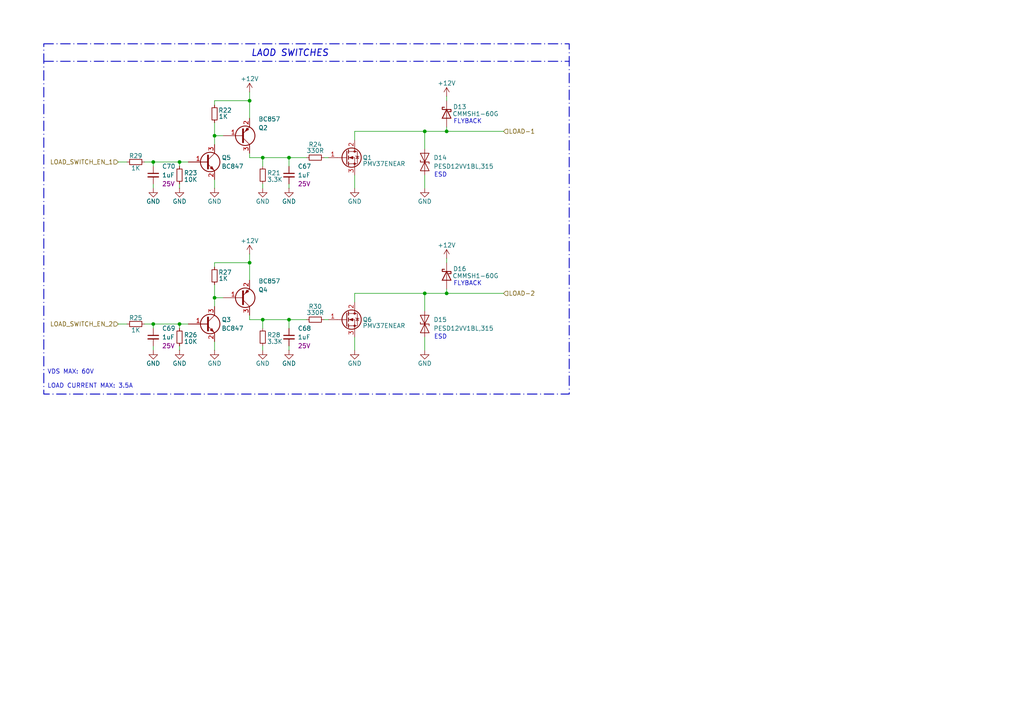
<source format=kicad_sch>
(kicad_sch (version 20231120) (generator "eeschema") (generator_version "8.0")
  (paper "A4")
  (lib_symbols
    (symbol "Device:C_Small" (pin_numbers hide) (pin_names (offset 0.254) hide)
      (property "Reference" "C" (at 0.254 1.778 0))
      (property "Value" "C_Small" (at 0.254 -2.032 0))
      (symbol "C_Small_0_1"
        (polyline (pts (xy -1.524 -0.508) (xy 1.524 -0.508)) (stroke (width 0.3302)))
        (polyline (pts (xy -1.524 0.508) (xy 1.524 0.508)) (stroke (width 0.3048)))
      )
      (symbol "C_Small_1_1"
        (pin passive line (at 0 2.54 270) (length 2.032) (name "~") (number "1"))
        (pin passive line (at 0 -2.54 90) (length 2.032) (name "~") (number "2"))
      )
    )
    (symbol "Device:D_Schottky" (pin_numbers hide) (pin_names (offset 1.016) hide)
      (property "Reference" "D" (at 0 2.54 0))
      (property "Value" "D_Schottky" (at 0 -2.54 0))
      (symbol "D_Schottky_0_1"
        (polyline (pts (xy 1.27 0) (xy -1.27 0)))
        (polyline (pts (xy 1.27 1.27) (xy 1.27 -1.27) (xy -1.27 0) (xy 1.27 1.27)) (stroke (width 0.254)))
        (polyline (pts (xy -1.905 0.635) (xy -1.905 1.27) (xy -1.27 1.27) (xy -1.27 -1.27) (xy -0.635 -1.27) (xy -0.635 -0.635)) (stroke (width 0.254)))
      )
      (symbol "D_Schottky_1_1"
        (pin passive line (at -3.81 0 0) (length 2.54) (name "K") (number "1"))
        (pin passive line (at 3.81 0 180) (length 2.54) (name "A") (number "2"))
      )
    )
    (symbol "Device:Q_NMOS_GDS" (pin_names (offset 0) hide)
      (property "Reference" "Q" (at 5.08 1.27 0))
      (property "Value" "Q_NMOS_GDS" (at 5.08 -1.27 0))
      (symbol "Q_NMOS_GDS_0_1"
        (polyline (pts (xy 0.254 0) (xy -2.54 0)))
        (polyline (pts (xy 0.254 1.905) (xy 0.254 -1.905)) (stroke (width 0.254)))
        (polyline (pts (xy 0.762 -1.27) (xy 0.762 -2.286)) (stroke (width 0.254)))
        (polyline (pts (xy 0.762 0.508) (xy 0.762 -0.508)) (stroke (width 0.254)))
        (polyline (pts (xy 0.762 2.286) (xy 0.762 1.27)) (stroke (width 0.254)))
        (polyline (pts (xy 2.54 2.54) (xy 2.54 1.778)))
        (polyline (pts (xy 2.54 -2.54) (xy 2.54 0) (xy 0.762 0)))
        (polyline (pts (xy 0.762 -1.778) (xy 3.302 -1.778) (xy 3.302 1.778) (xy 0.762 1.778)))
        (polyline (pts (xy 1.016 0) (xy 2.032 0.381) (xy 2.032 -0.381) (xy 1.016 0)) (fill (type outline)))
        (polyline (pts (xy 2.794 0.508) (xy 2.921 0.381) (xy 3.683 0.381) (xy 3.81 0.254)))
        (polyline (pts (xy 3.302 0.381) (xy 2.921 -0.254) (xy 3.683 -0.254) (xy 3.302 0.381)))
        (circle (center 1.651 0) (radius 2.794) (stroke (width 0.254)))
        (circle (center 2.54 -1.778) (radius 0.254) (fill (type outline)))
        (circle (center 2.54 1.778) (radius 0.254) (fill (type outline)))
      )
      (symbol "Q_NMOS_GDS_1_1"
        (pin input line (at -5.08 0 0) (length 2.54) (name "G") (number "1"))
        (pin passive line (at 2.54 5.08 270) (length 2.54) (name "D") (number "2"))
        (pin passive line (at 2.54 -5.08 90) (length 2.54) (name "S") (number "3"))
      )
    )
    (symbol "Device:R_Small" (pin_numbers hide) (pin_names (offset 0.254) hide)
      (property "Reference" "R" (at 0.762 0.508 0))
      (property "Value" "R_Small" (at 0.762 -1.016 0))
      (symbol "R_Small_0_1"
        (rectangle (start -0.762 1.778) (end 0.762 -1.778) (stroke (width 0.2032)))
      )
      (symbol "R_Small_1_1"
        (pin passive line (at 0 2.54 270) (length 0.762) (name "~") (number "1"))
        (pin passive line (at 0 -2.54 90) (length 0.762) (name "~") (number "2"))
      )
    )
    (symbol "Diode:SMAJ58CA" (pin_numbers hide) (pin_names (offset 1.016) hide)
      (property "Reference" "D" (at 0 2.54 0))
      (property "Value" "SMAJ58CA" (at 0 -2.54 0))
      (symbol "SMAJ58CA_0_1"
        (polyline (pts (xy 1.27 0) (xy -1.27 0)))
        (polyline (pts (xy -2.54 -1.27) (xy 0 0) (xy -2.54 1.27) (xy -2.54 -1.27)) (stroke (width 0.2032)))
        (polyline (pts (xy 0.508 1.27) (xy 0 1.27) (xy 0 -1.27) (xy -0.508 -1.27)) (stroke (width 0.2032)))
        (polyline (pts (xy 2.54 1.27) (xy 2.54 -1.27) (xy 0 0) (xy 2.54 1.27)) (stroke (width 0.2032)))
      )
      (symbol "SMAJ58CA_1_1"
        (pin passive line (at -3.81 0 0) (length 2.54) (name "A1") (number "1"))
        (pin passive line (at 3.81 0 180) (length 2.54) (name "A2") (number "2"))
      )
    )
    (symbol "Transistor_BJT:BC847" (pin_names (offset 0) hide)
      (property "Reference" "Q" (at 5.08 1.905 0))
      (property "Value" "BC847" (at 5.08 0 0))
      (symbol "BC847_0_1"
        (polyline (pts (xy 0.635 0.635) (xy 2.54 2.54)))
        (polyline (pts (xy 0.635 -0.635) (xy 2.54 -2.54) (xy 2.54 -2.54)))
        (polyline (pts (xy 0.635 1.905) (xy 0.635 -1.905) (xy 0.635 -1.905)) (stroke (width 0.508)))
        (polyline (pts (xy 1.27 -1.778) (xy 1.778 -1.27) (xy 2.286 -2.286) (xy 1.27 -1.778) (xy 1.27 -1.778)) (fill (type outline)))
        (circle (center 1.27 0) (radius 2.8194) (stroke (width 0.254)))
      )
      (symbol "BC847_1_1"
        (pin input line (at -5.08 0 0) (length 5.715) (name "B") (number "1"))
        (pin passive line (at 2.54 -5.08 90) (length 2.54) (name "E") (number "2"))
        (pin passive line (at 2.54 5.08 270) (length 2.54) (name "C") (number "3"))
      )
    )
    (symbol "Transistor_BJT:BC857" (pin_names (offset 0) hide)
      (property "Reference" "Q" (at 5.08 1.905 0))
      (property "Value" "BC857" (at 5.08 0 0))
      (symbol "BC857_0_1"
        (polyline (pts (xy 0.635 0.635) (xy 2.54 2.54)))
        (polyline (pts (xy 0.635 -0.635) (xy 2.54 -2.54) (xy 2.54 -2.54)))
        (polyline (pts (xy 0.635 1.905) (xy 0.635 -1.905) (xy 0.635 -1.905)) (stroke (width 0.508)))
        (polyline (pts (xy 2.286 -1.778) (xy 1.778 -2.286) (xy 1.27 -1.27) (xy 2.286 -1.778) (xy 2.286 -1.778)) (fill (type outline)))
        (circle (center 1.27 0) (radius 2.8194) (stroke (width 0.254)))
      )
      (symbol "BC857_1_1"
        (pin input line (at -5.08 0 0) (length 5.715) (name "B") (number "1"))
        (pin passive line (at 2.54 -5.08 90) (length 2.54) (name "E") (number "2"))
        (pin passive line (at 2.54 5.08 270) (length 2.54) (name "C") (number "3"))
      )
    )
    (symbol "power:GND" (power) (pin_numbers hide) (pin_names (offset 0) hide)
      (property "Value" "GND" (at 0 -3.81 0))
      (symbol "GND_0_1"
        (polyline (pts (xy 0 0) (xy 0 -1.27) (xy 1.27 -1.27) (xy 0 -2.54) (xy -1.27 -1.27) (xy 0 -1.27)))
      )
      (symbol "GND_1_1"
        (pin power_in line (at 0 0 270) (length 0) (name "~") (number "1"))
      )
    )
    (symbol "power:VCC" (power) (pin_numbers hide) (pin_names (offset 0) hide)
      (property "Value" "VCC" (at 0 3.556 0))
      (symbol "VCC_0_1"
        (polyline (pts (xy -0.762 1.27) (xy 0 2.54)))
        (polyline (pts (xy 0 0) (xy 0 2.54)))
        (polyline (pts (xy 0 2.54) (xy 0.762 1.27)))
      )
      (symbol "VCC_1_1"
        (pin power_in line (at 0 0 90) (length 0) (name "~") (number "1"))
      )
    )
  )
  (junction (at 129.54 38.1))
  (junction (at 129.54 85.09))
  (junction (at 83.82 45.72))
  (junction (at 44.45 46.99))
  (junction (at 52.07 93.98))
  (junction (at 62.23 39.37))
  (junction (at 76.2 92.71))
  (junction (at 72.39 76.2))
  (junction (at 83.82 92.71))
  (junction (at 76.2 45.72))
  (junction (at 44.45 93.98))
  (junction (at 123.19 38.1))
  (junction (at 62.23 86.36))
  (junction (at 72.39 29.21))
  (junction (at 123.19 85.09))
  (junction (at 52.07 46.99))
  (wire (pts (xy 129.54 83.82) (xy 129.54 85.09)))
  (wire (pts (xy 62.23 39.37) (xy 64.77 39.37)))
  (wire (pts (xy 83.82 100.33) (xy 83.82 101.6)))
  (wire (pts (xy 72.39 45.72) (xy 76.2 45.72)))
  (wire (pts (xy 102.87 101.6) (xy 102.87 97.79)))
  (wire (pts (xy 76.2 53.34) (xy 76.2 54.61)))
  (wire (pts (xy 83.82 45.72) (xy 83.82 48.26)))
  (wire (pts (xy 44.45 93.98) (xy 44.45 95.25)))
  (wire (pts (xy 41.91 46.99) (xy 44.45 46.99)))
  (wire (pts (xy 44.45 46.99) (xy 44.45 48.26)))
  (wire (pts (xy 123.19 85.09) (xy 123.19 90.17)))
  (wire (pts (xy 44.45 54.61) (xy 44.45 53.34)))
  (wire (pts (xy 83.82 53.34) (xy 83.82 54.61)))
  (wire (pts (xy 72.39 45.72) (xy 72.39 44.45)))
  (wire (pts (xy 129.54 85.09) (xy 146.05 85.09)))
  (wire (pts (xy 102.87 38.1) (xy 123.19 38.1)))
  (wire (pts (xy 52.07 54.61) (xy 52.07 53.34)))
  (wire (pts (xy 129.54 74.93) (xy 129.54 76.2)))
  (wire (pts (xy 76.2 45.72) (xy 83.82 45.72)))
  (wire (pts (xy 102.87 87.63) (xy 102.87 85.09)))
  (wire (pts (xy 123.19 54.61) (xy 123.19 50.8)))
  (wire (pts (xy 52.07 101.6) (xy 52.07 100.33)))
  (wire (pts (xy 44.45 46.99) (xy 52.07 46.99)))
  (wire (pts (xy 34.29 93.98) (xy 36.83 93.98)))
  (wire (pts (xy 123.19 101.6) (xy 123.19 97.79)))
  (wire (pts (xy 102.87 54.61) (xy 102.87 50.8)))
  (wire (pts (xy 83.82 92.71) (xy 88.9 92.71)))
  (wire (pts (xy 83.82 92.71) (xy 83.82 95.25)))
  (wire (pts (xy 76.2 92.71) (xy 76.2 95.25)))
  (wire (pts (xy 102.87 40.64) (xy 102.87 38.1)))
  (polyline (pts (xy 12.7 17.78) (xy 165.1 17.78)) (stroke (width 0.254) (type dash_dot)))
  (wire (pts (xy 129.54 27.94) (xy 129.54 29.21)))
  (wire (pts (xy 44.45 101.6) (xy 44.45 100.33)))
  (wire (pts (xy 72.39 92.71) (xy 76.2 92.71)))
  (wire (pts (xy 129.54 36.83) (xy 129.54 38.1)))
  (wire (pts (xy 62.23 86.36) (xy 62.23 88.9)))
  (wire (pts (xy 129.54 38.1) (xy 146.05 38.1)))
  (wire (pts (xy 72.39 29.21) (xy 72.39 34.29)))
  (wire (pts (xy 62.23 39.37) (xy 62.23 41.91)))
  (wire (pts (xy 72.39 26.67) (xy 72.39 29.21)))
  (wire (pts (xy 72.39 76.2) (xy 72.39 81.28)))
  (wire (pts (xy 72.39 92.71) (xy 72.39 91.44)))
  (wire (pts (xy 62.23 99.06) (xy 62.23 101.6)))
  (wire (pts (xy 41.91 93.98) (xy 44.45 93.98)))
  (wire (pts (xy 62.23 82.55) (xy 62.23 86.36)))
  (wire (pts (xy 72.39 73.66) (xy 72.39 76.2)))
  (wire (pts (xy 123.19 38.1) (xy 123.19 43.18)))
  (wire (pts (xy 62.23 30.48) (xy 62.23 29.21)))
  (wire (pts (xy 44.45 93.98) (xy 52.07 93.98)))
  (wire (pts (xy 52.07 46.99) (xy 54.61 46.99)))
  (wire (pts (xy 52.07 93.98) (xy 54.61 93.98)))
  (wire (pts (xy 52.07 93.98) (xy 52.07 95.25)))
  (wire (pts (xy 62.23 35.56) (xy 62.23 39.37)))
  (wire (pts (xy 62.23 29.21) (xy 72.39 29.21)))
  (wire (pts (xy 76.2 45.72) (xy 76.2 48.26)))
  (wire (pts (xy 62.23 52.07) (xy 62.23 54.61)))
  (wire (pts (xy 83.82 45.72) (xy 88.9 45.72)))
  (wire (pts (xy 52.07 46.99) (xy 52.07 48.26)))
  (wire (pts (xy 123.19 38.1) (xy 129.54 38.1)))
  (wire (pts (xy 76.2 92.71) (xy 83.82 92.71)))
  (wire (pts (xy 102.87 85.09) (xy 123.19 85.09)))
  (wire (pts (xy 62.23 76.2) (xy 72.39 76.2)))
  (wire (pts (xy 123.19 85.09) (xy 129.54 85.09)))
  (wire (pts (xy 93.98 92.71) (xy 95.25 92.71)))
  (wire (pts (xy 76.2 100.33) (xy 76.2 101.6)))
  (wire (pts (xy 34.29 46.99) (xy 36.83 46.99)))
  (wire (pts (xy 62.23 77.47) (xy 62.23 76.2)))
  (wire (pts (xy 62.23 86.36) (xy 64.77 86.36)))
  (wire (pts (xy 93.98 45.72) (xy 95.25 45.72)))
  (rectangle (start 12.7 12.7) (end 165.1 114.3) (stroke (width 0.254) (type dash_dot)))
  (text "FLYBACK" (at 135.636 35.306 0) (effects (font (size 1.27 1.27))))
  (text "VDS MAX: 60V\n\nLOAD CURRENT MAX: 3.5A" (at 13.716 109.982 0) (effects (font (size 1.27 1.27)) (justify left)))
  (text "ESD" (at 127.762 50.8 0) (effects (font (size 1.27 1.27))))
  (text "FLYBACK" (at 135.636 82.296 0) (effects (font (size 1.27 1.27))))
  (text "ESD" (at 127.762 97.79 0) (effects (font (size 1.27 1.27))))
  (text "LAOD SWITCHES" (at 84.074 15.494 0) (effects (font (size 1.905 1.905) (thickness 0.254) (bold yes) (italic yes))))
  (hierarchical_label "LOAD_SWITCH_EN_1" (shape input) (at 34.29 46.99 180))
  (hierarchical_label "LOAD-2" (shape input) (at 146.05 85.09 0))
  (hierarchical_label "LOAD-1" (shape input) (at 146.05 38.1 0))
  (hierarchical_label "LOAD_SWITCH_EN_2" (shape input) (at 34.29 93.98 180))
  (symbol (lib_id "power:GND") (at 52.07 54.61 0) (unit 1)
    (property "Reference" "#PWR0165" (effects (hide yes)))
    (property "Value" "GND" (at 52.07 58.42 0))
    (property "Description" "Power symbol creates a global label with name \"GND\" , ground" (effects (hide yes)))
  )
  (symbol (lib_id "Device:C_Small") (at 83.82 50.8 0) (unit 1)
    (property "Reference" "C67" (at 86.36 48.26 0) (effects (justify left)))
    (property "Value" "1uF" (at 86.36 50.8 0) (effects (justify left)))
    (property "Footprint" "Capacitor_SMD:C_0805_2012Metric" (effects (hide yes)))
    (property "Description" "Unpolarized capacitor, small symbol" (effects (hide yes)))
    (property "Link" "https://ozdisan.com/pasif-komponentler/kapasitorler/smt-smd-ve-mlcc-kapasitorler/MCF03KTB250105/1057179" (effects (hide yes)))
    (property "Mfr.No" "MCF03KTB250105" (effects (hide yes)))
    (property "Voltage" "25V" (at 86.36 53.34 0) (effects (justify left)))
  )
  (symbol (lib_id "Device:C_Small") (at 83.82 97.79 0) (unit 1)
    (property "Reference" "C68" (at 86.36 95.25 0) (effects (justify left)))
    (property "Value" "1uF" (at 86.36 97.79 0) (effects (justify left)))
    (property "Footprint" "Capacitor_SMD:C_0805_2012Metric" (effects (hide yes)))
    (property "Description" "Unpolarized capacitor, small symbol" (effects (hide yes)))
    (property "Link" "https://ozdisan.com/pasif-komponentler/kapasitorler/smt-smd-ve-mlcc-kapasitorler/MCF03KTB250105/1057179" (effects (hide yes)))
    (property "Mfr.No" "MCF03KTB250105" (effects (hide yes)))
    (property "Voltage" "25V" (at 86.36 100.33 0) (effects (justify left)))
  )
  (symbol (lib_id "Device:Q_NMOS_GDS") (at 100.33 45.72 0) (unit 1)
    (property "Reference" "Q1" (at 105.156 45.72 0) (effects (justify left)))
    (property "Value" "PMV37ENEAR" (at 105.156 47.498 0) (effects (justify left)))
    (property "Footprint" "Package_TO_SOT_SMD:SOT-23" (effects (hide yes)))
    (property "Datasheet" "https://assets.nexperia.com/documents/data-sheet/PMV37ENEA.pdf" (effects (hide yes)))
    (property "Description" "N-MOSFET transistor, gate/drain/source" (effects (hide yes)))
    (property "Link" "https://www.mouser.com.tr/ProductDetail/Nexperia/PMV37ENEAR?qs=T3oQrply3y%2Frl%252BtsBfD26A%3D%3D" (effects (hide yes)))
    (property "Mfr.No" "PMV37ENEAR" (effects (hide yes)))
  )
  (symbol (lib_id "Device:D_Schottky") (at 129.54 80.01 90) (mirror x) (unit 1)
    (property "Reference" "D16" (at 133.35 77.978 90))
    (property "Value" "CMMSH1-60G" (at 137.922 80.01 90))
    (property "Footprint" "Diode_SMD:D_SOD-123F" (effects (hide yes)))
    (property "Datasheet" "https://my.centralsemi.com/datasheets/CMMSH1-40.PDF" (effects (hide yes)))
    (property "Description" "Schottky diode" (effects (hide yes)))
    (property "Link" "https://www.mouser.com.tr/ProductDetail/Central-Semiconductor/CMMSH1-60G-TR-PBFREE?qs=u16ybLDytRaqwQ9Jtbd3vg%3D%3D" (effects (hide yes)))
    (property "Mfr.No" "CMMSH1-60G TR PBFREE" (effects (hide yes)))
  )
  (symbol (lib_id "power:GND") (at 123.19 54.61 0) (unit 1)
    (property "Reference" "#PWR0158" (effects (hide yes)))
    (property "Value" "GND" (at 123.19 58.42 0))
    (property "Description" "Power symbol creates a global label with name \"GND\" , ground" (effects (hide yes)))
  )
  (symbol (lib_id "power:VCC") (at 129.54 74.93 0) (unit 1)
    (property "Reference" "#PWR0168" (effects (hide yes)))
    (property "Value" "+12V" (at 129.54 71.12 0))
    (property "Description" "Power symbol creates a global label with name \"VCC\"" (effects (hide yes)))
  )
  (symbol (lib_id "Transistor_BJT:BC857") (at 69.85 39.37 0) (mirror x) (unit 1)
    (property "Reference" "Q2" (at 74.93 37.084 0) (effects (justify left)))
    (property "Value" "BC857" (at 74.93 34.544 0) (effects (justify left)))
    (property "Footprint" "Package_TO_SOT_SMD:SOT-23" (effects (hide yes)))
    (property "Datasheet" "https://www.onsemi.com/pub/Collateral/BC860-D.pdf" (effects (hide yes)))
    (property "Description" "0.1A Ic, 45V Vce, PNP Transistor, SOT-23" (effects (hide yes)))
  )
  (symbol (lib_id "Device:R_Small") (at 52.07 97.79 0) (unit 1)
    (property "Reference" "R26" (at 53.34 97.155 0) (effects (justify left)))
    (property "Value" "10K" (at 53.34 99.06 0) (effects (justify left)))
    (property "Footprint" "Resistor_SMD:R_0805_2012Metric" (effects (hide yes)))
    (property "Description" "Resistor, small symbol" (effects (hide yes)))
  )
  (symbol (lib_id "Device:Q_NMOS_GDS") (at 100.33 92.71 0) (unit 1)
    (property "Reference" "Q6" (at 105.156 92.71 0) (effects (justify left)))
    (property "Value" "PMV37ENEAR" (at 105.156 94.488 0) (effects (justify left)))
    (property "Footprint" "Package_TO_SOT_SMD:SOT-23" (effects (hide yes)))
    (property "Datasheet" "https://assets.nexperia.com/documents/data-sheet/PMV37ENEA.pdf" (effects (hide yes)))
    (property "Description" "N-MOSFET transistor, gate/drain/source" (effects (hide yes)))
    (property "Link" "https://www.mouser.com.tr/ProductDetail/Nexperia/PMV37ENEAR?qs=T3oQrply3y%2Frl%252BtsBfD26A%3D%3D" (effects (hide yes)))
    (property "Mfr.No" "PMV37ENEAR" (effects (hide yes)))
  )
  (symbol (lib_id "power:GND") (at 52.07 101.6 0) (unit 1)
    (property "Reference" "#PWR0159" (effects (hide yes)))
    (property "Value" "GND" (at 52.07 105.41 0))
    (property "Description" "Power symbol creates a global label with name \"GND\" , ground" (effects (hide yes)))
  )
  (symbol (lib_id "Device:R_Small") (at 76.2 97.79 0) (unit 1)
    (property "Reference" "R28" (at 77.47 97.155 0) (effects (justify left)))
    (property "Value" "3.3K" (at 77.47 99.06 0) (effects (justify left)))
    (property "Footprint" "Resistor_SMD:R_0805_2012Metric" (effects (hide yes)))
    (property "Description" "Resistor, small symbol" (effects (hide yes)))
    (property "Link" "https://ozdisan.com/pasif-komponentler/direncler/smt-smd-ve-cip-direncler/TC0525B3301T5G/700121" (effects (hide yes)))
    (property "Mfr.No" "TC0525B3301T5G" (effects (hide yes)))
  )
  (symbol (lib_id "Device:R_Small") (at 62.23 33.02 0) (mirror y) (unit 1)
    (property "Reference" "R22" (at 65.278 32.004 0))
    (property "Value" "1K" (at 64.77 33.782 0))
    (property "Footprint" "Resistor_SMD:R_0603_1608Metric" (effects (hide yes)))
    (property "Description" "Resistor, small symbol" (effects (hide yes)))
  )
  (symbol (lib_id "power:GND") (at 102.87 54.61 0) (unit 1)
    (property "Reference" "#PWR0153" (effects (hide yes)))
    (property "Value" "GND" (at 102.87 58.42 0))
    (property "Description" "Power symbol creates a global label with name \"GND\" , ground" (effects (hide yes)))
  )
  (symbol (lib_id "power:VCC") (at 129.54 27.94 0) (unit 1)
    (property "Reference" "#PWR0156" (effects (hide yes)))
    (property "Value" "+12V" (at 129.54 24.13 0))
    (property "Description" "Power symbol creates a global label with name \"VCC\"" (effects (hide yes)))
  )
  (symbol (lib_id "Diode:SMAJ58CA") (at 123.19 46.99 90) (unit 1)
    (property "Reference" "D14" (at 125.73 45.7199 90) (effects (justify right)))
    (property "Value" "PESD12VV1BL,315" (at 125.73 48.2599 90) (effects (justify right)))
    (property "Footprint" "Diode_SMD:D_SOD-882" (effects (hide yes)))
    (property "Datasheet" "https://www.littelfuse.com/media?resourcetype=datasheets&itemid=75e32973-b177-4ee3-a0ff-cedaf1abdb93&filename=smaj-datasheet" (effects (hide yes)))
    (property "Description" "Transient Voltage Suppression Diodes - TVS PESD12VV1BL/SOD882/SOD2" (effects (hide yes)))
    (property "Link" "https://www.mouser.com.tr/ProductDetail/Nexperia/PESD12VV1BL315?qs=sGAEpiMZZMsItbzKdwyIe%2FpxRT4QLLltvpFqcv6n%2F%252BA%3D" (effects (hide yes)))
    (property "Mfr.No" "PESD12VV1BL,315" (effects (hide yes)))
  )
  (symbol (lib_id "Device:R_Small") (at 91.44 45.72 90) (unit 1)
    (property "Reference" "R24" (at 91.44 41.91 90))
    (property "Value" "330R" (at 91.44 43.688 90))
    (property "Footprint" "Resistor_SMD:R_0805_2012Metric" (effects (hide yes)))
    (property "Description" "Resistor, small symbol" (effects (hide yes)))
    (property "Link" "https://ozdisan.com/pasif-komponentler/direncler/smt-smd-ve-cip-direncler/TC0525B3301T5G/700121" (effects (hide yes)))
    (property "Mfr.No" "TC0525B3301T5G" (effects (hide yes)))
  )
  (symbol (lib_id "power:GND") (at 62.23 54.61 0) (unit 1)
    (property "Reference" "#PWR0166" (effects (hide yes)))
    (property "Value" "GND" (at 62.23 58.42 0))
    (property "Description" "Power symbol creates a global label with name \"GND\" , ground" (effects (hide yes)))
  )
  (symbol (lib_id "power:GND") (at 123.19 101.6 0) (unit 1)
    (property "Reference" "#PWR0167" (effects (hide yes)))
    (property "Value" "GND" (at 123.19 105.41 0))
    (property "Description" "Power symbol creates a global label with name \"GND\" , ground" (effects (hide yes)))
  )
  (symbol (lib_id "power:GND") (at 76.2 101.6 0) (unit 1)
    (property "Reference" "#PWR0162" (effects (hide yes)))
    (property "Value" "GND" (at 76.2 105.41 0))
    (property "Description" "Power symbol creates a global label with name \"GND\" , ground" (effects (hide yes)))
  )
  (symbol (lib_id "Device:C_Small") (at 44.45 97.79 0) (unit 1)
    (property "Reference" "C69" (at 46.99 95.25 0) (effects (justify left)))
    (property "Value" "1uF" (at 46.99 97.79 0) (effects (justify left)))
    (property "Footprint" "Capacitor_SMD:C_0805_2012Metric" (effects (hide yes)))
    (property "Description" "Unpolarized capacitor, small symbol" (effects (hide yes)))
    (property "Link" "https://ozdisan.com/pasif-komponentler/kapasitorler/smt-smd-ve-mlcc-kapasitorler/MCF03KTB250105/1057179" (effects (hide yes)))
    (property "Mfr.No" "MCF03KTB250105" (effects (hide yes)))
    (property "Voltage" "25V" (at 46.99 100.33 0) (effects (justify left)))
  )
  (symbol (lib_id "Device:R_Small") (at 91.44 92.71 90) (unit 1)
    (property "Reference" "R30" (at 91.44 88.9 90))
    (property "Value" "330R" (at 91.44 90.678 90))
    (property "Footprint" "Resistor_SMD:R_0805_2012Metric" (effects (hide yes)))
    (property "Description" "Resistor, small symbol" (effects (hide yes)))
    (property "Link" "https://ozdisan.com/pasif-komponentler/direncler/smt-smd-ve-cip-direncler/TC0525B3301T5G/700121" (effects (hide yes)))
    (property "Mfr.No" "TC0525B3301T5G" (effects (hide yes)))
  )
  (symbol (lib_id "Device:C_Small") (at 44.45 50.8 0) (unit 1)
    (property "Reference" "C70" (at 46.99 48.26 0) (effects (justify left)))
    (property "Value" "1uF" (at 46.99 50.8 0) (effects (justify left)))
    (property "Footprint" "Capacitor_SMD:C_0805_2012Metric" (effects (hide yes)))
    (property "Description" "Unpolarized capacitor, small symbol" (effects (hide yes)))
    (property "Link" "https://ozdisan.com/pasif-komponentler/kapasitorler/smt-smd-ve-mlcc-kapasitorler/MCF03KTB250105/1057179" (effects (hide yes)))
    (property "Mfr.No" "MCF03KTB250105" (effects (hide yes)))
    (property "Voltage" "25V" (at 46.99 53.34 0) (effects (justify left)))
  )
  (symbol (lib_id "Device:R_Small") (at 62.23 80.01 0) (mirror y) (unit 1)
    (property "Reference" "R27" (at 65.278 78.994 0))
    (property "Value" "1K" (at 64.77 80.772 0))
    (property "Footprint" "Resistor_SMD:R_0603_1608Metric" (effects (hide yes)))
    (property "Description" "Resistor, small symbol" (effects (hide yes)))
  )
  (symbol (lib_id "Transistor_BJT:BC847") (at 59.69 93.98 0) (unit 1)
    (property "Reference" "Q3" (at 64.262 92.71 0) (effects (justify left)))
    (property "Value" "BC847" (at 64.262 95.25 0) (effects (justify left)))
    (property "Footprint" "Package_TO_SOT_SMD:SOT-23" (effects (hide yes)))
    (property "Datasheet" "http://www.infineon.com/dgdl/Infineon-BC847SERIES_BC848SERIES_BC849SERIES_BC850SERIES-DS-v01_01-en.pdf?fileId=db3a304314dca389011541d4630a1657" (effects (hide yes)))
    (property "Description" "0.1A Ic, 45V Vce, NPN Transistor, SOT-23" (effects (hide yes)))
  )
  (symbol (lib_id "Device:R_Small") (at 76.2 50.8 0) (unit 1)
    (property "Reference" "R21" (at 77.47 50.165 0) (effects (justify left)))
    (property "Value" "3.3K" (at 77.47 52.07 0) (effects (justify left)))
    (property "Footprint" "Resistor_SMD:R_0805_2012Metric" (effects (hide yes)))
    (property "Description" "Resistor, small symbol" (effects (hide yes)))
    (property "Link" "https://ozdisan.com/pasif-komponentler/direncler/smt-smd-ve-cip-direncler/TC0525B3301T5G/700121" (effects (hide yes)))
    (property "Mfr.No" "TC0525B3301T5G" (effects (hide yes)))
  )
  (symbol (lib_id "Device:R_Small") (at 52.07 50.8 0) (unit 1)
    (property "Reference" "R23" (at 53.34 50.165 0) (effects (justify left)))
    (property "Value" "10K" (at 53.34 52.07 0) (effects (justify left)))
    (property "Footprint" "Resistor_SMD:R_0805_2012Metric" (effects (hide yes)))
    (property "Description" "Resistor, small symbol" (effects (hide yes)))
  )
  (symbol (lib_id "power:VCC") (at 72.39 26.67 0) (unit 1)
    (property "Reference" "#PWR0154" (effects (hide yes)))
    (property "Value" "+12V" (at 72.39 22.86 0))
    (property "Description" "Power symbol creates a global label with name \"VCC\"" (effects (hide yes)))
  )
  (symbol (lib_id "power:GND") (at 76.2 54.61 0) (unit 1)
    (property "Reference" "#PWR0155" (effects (hide yes)))
    (property "Value" "GND" (at 76.2 58.42 0))
    (property "Description" "Power symbol creates a global label with name \"GND\" , ground" (effects (hide yes)))
  )
  (symbol (lib_id "power:GND") (at 102.87 101.6 0) (unit 1)
    (property "Reference" "#PWR0164" (effects (hide yes)))
    (property "Value" "GND" (at 102.87 105.41 0))
    (property "Description" "Power symbol creates a global label with name \"GND\" , ground" (effects (hide yes)))
  )
  (symbol (lib_id "Diode:SMAJ58CA") (at 123.19 93.98 90) (unit 1)
    (property "Reference" "D15" (at 125.73 92.7099 90) (effects (justify right)))
    (property "Value" "PESD12VV1BL,315" (at 125.73 95.2499 90) (effects (justify right)))
    (property "Footprint" "Diode_SMD:D_SOD-882" (effects (hide yes)))
    (property "Datasheet" "https://www.littelfuse.com/media?resourcetype=datasheets&itemid=75e32973-b177-4ee3-a0ff-cedaf1abdb93&filename=smaj-datasheet" (effects (hide yes)))
    (property "Description" "Transient Voltage Suppression Diodes - TVS PESD12VV1BL/SOD882/SOD2" (effects (hide yes)))
    (property "Link" "https://www.mouser.com.tr/ProductDetail/Nexperia/PESD12VV1BL315?qs=sGAEpiMZZMsItbzKdwyIe%2FpxRT4QLLltvpFqcv6n%2F%252BA%3D" (effects (hide yes)))
    (property "Mfr.No" "PESD12VV1BL,315" (effects (hide yes)))
  )
  (symbol (lib_id "power:GND") (at 44.45 101.6 0) (unit 1)
    (property "Reference" "#PWR0169" (effects (hide yes)))
    (property "Value" "GND" (at 44.45 105.41 0))
    (property "Description" "Power symbol creates a global label with name \"GND\" , ground" (effects (hide yes)))
  )
  (symbol (lib_id "Transistor_BJT:BC857") (at 69.85 86.36 0) (mirror x) (unit 1)
    (property "Reference" "Q4" (at 74.93 84.074 0) (effects (justify left)))
    (property "Value" "BC857" (at 74.93 81.534 0) (effects (justify left)))
    (property "Footprint" "Package_TO_SOT_SMD:SOT-23" (effects (hide yes)))
    (property "Datasheet" "https://www.onsemi.com/pub/Collateral/BC860-D.pdf" (effects (hide yes)))
    (property "Description" "0.1A Ic, 45V Vce, PNP Transistor, SOT-23" (effects (hide yes)))
  )
  (symbol (lib_id "Device:R_Small") (at 39.37 46.99 90) (unit 1)
    (property "Reference" "R29" (at 39.37 45.212 90))
    (property "Value" "1K" (at 39.37 48.768 90))
    (property "Footprint" "Resistor_SMD:R_0603_1608Metric" (effects (hide yes)))
    (property "Description" "Resistor, small symbol" (effects (hide yes)))
  )
  (symbol (lib_id "Device:D_Schottky") (at 129.54 33.02 90) (mirror x) (unit 1)
    (property "Reference" "D13" (at 133.35 30.988 90))
    (property "Value" "CMMSH1-60G" (at 137.922 33.02 90))
    (property "Footprint" "Diode_SMD:D_SOD-123F" (effects (hide yes)))
    (property "Datasheet" "https://my.centralsemi.com/datasheets/CMMSH1-40.PDF" (effects (hide yes)))
    (property "Description" "Schottky diode" (effects (hide yes)))
    (property "Link" "https://www.mouser.com.tr/ProductDetail/Central-Semiconductor/CMMSH1-60G-TR-PBFREE?qs=u16ybLDytRaqwQ9Jtbd3vg%3D%3D" (effects (hide yes)))
    (property "Mfr.No" "CMMSH1-60G TR PBFREE" (effects (hide yes)))
  )
  (symbol (lib_id "power:GND") (at 83.82 54.61 0) (unit 1)
    (property "Reference" "#PWR0157" (effects (hide yes)))
    (property "Value" "GND" (at 83.82 58.42 0))
    (property "Description" "Power symbol creates a global label with name \"GND\" , ground" (effects (hide yes)))
  )
  (symbol (lib_id "power:GND") (at 83.82 101.6 0) (unit 1)
    (property "Reference" "#PWR0163" (effects (hide yes)))
    (property "Value" "GND" (at 83.82 105.41 0))
    (property "Description" "Power symbol creates a global label with name \"GND\" , ground" (effects (hide yes)))
  )
  (symbol (lib_id "power:VCC") (at 72.39 73.66 0) (unit 1)
    (property "Reference" "#PWR0161" (effects (hide yes)))
    (property "Value" "+12V" (at 72.39 69.85 0))
    (property "Description" "Power symbol creates a global label with name \"VCC\"" (effects (hide yes)))
  )
  (symbol (lib_id "Device:R_Small") (at 39.37 93.98 90) (unit 1)
    (property "Reference" "R25" (at 39.37 92.202 90))
    (property "Value" "1K" (at 39.37 95.758 90))
    (property "Footprint" "Resistor_SMD:R_0603_1608Metric" (effects (hide yes)))
    (property "Description" "Resistor, small symbol" (effects (hide yes)))
  )
  (symbol (lib_id "power:GND") (at 62.23 101.6 0) (unit 1)
    (property "Reference" "#PWR0160" (effects (hide yes)))
    (property "Value" "GND" (at 62.23 105.41 0))
    (property "Description" "Power symbol creates a global label with name \"GND\" , ground" (effects (hide yes)))
  )
  (symbol (lib_id "power:GND") (at 44.45 54.61 0) (unit 1)
    (property "Reference" "#PWR0170" (effects (hide yes)))
    (property "Value" "GND" (at 44.45 58.42 0))
    (property "Description" "Power symbol creates a global label with name \"GND\" , ground" (effects (hide yes)))
  )
  (symbol (lib_id "Transistor_BJT:BC847") (at 59.69 46.99 0) (unit 1)
    (property "Reference" "Q5" (at 64.262 45.72 0) (effects (justify left)))
    (property "Value" "BC847" (at 64.262 48.26 0) (effects (justify left)))
    (property "Footprint" "Package_TO_SOT_SMD:SOT-23" (effects (hide yes)))
    (property "Datasheet" "http://www.infineon.com/dgdl/Infineon-BC847SERIES_BC848SERIES_BC849SERIES_BC850SERIES-DS-v01_01-en.pdf?fileId=db3a304314dca389011541d4630a1657" (effects (hide yes)))
    (property "Description" "0.1A Ic, 45V Vce, NPN Transistor, SOT-23" (effects (hide yes)))
  )
)
</source>
